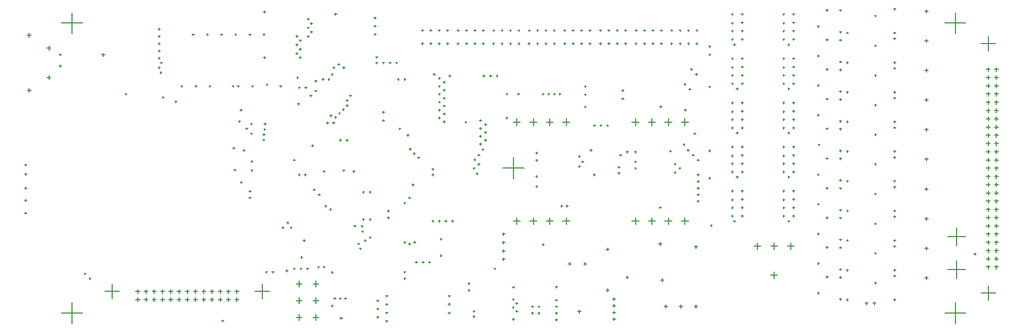
<source format=gbr>
%TF.GenerationSoftware,Altium Limited,Altium Designer,22.4.2 (48)*%
G04 Layer_Color=128*
%FSLAX45Y45*%
%MOMM*%
%TF.SameCoordinates,3A7B4B19-9BDF-4AC5-8A71-DEF6C9DA19E2*%
%TF.FilePolarity,Positive*%
%TF.FileFunction,Drillmap*%
%TF.Part,Single*%
G01*
G75*
%TA.AperFunction,NonConductor*%
%ADD132C,0.12700*%
D132*
X5269999Y1630000D02*
X5329998D01*
X5299999Y1600000D02*
Y1660000D01*
X5020002Y1630000D02*
X5080002D01*
X5050002Y1600000D02*
Y1660000D01*
X4894998Y1630000D02*
X4954998D01*
X4924998Y1600000D02*
Y1660000D01*
X4645001Y1630000D02*
X4705001D01*
X4675001Y1600000D02*
Y1660000D01*
X4520003Y1630000D02*
X4580003D01*
X4550003Y1600000D02*
Y1660000D01*
X4270000Y1630000D02*
X4330000D01*
X4300000Y1600000D02*
Y1660000D01*
X4145002Y1630000D02*
X4205002D01*
X4175002Y1600000D02*
Y1660000D01*
X3895000Y1630000D02*
X3955000D01*
X3925000Y1600000D02*
Y1660000D01*
X3770002Y1630000D02*
X3830001D01*
X3800002Y1600000D02*
Y1660000D01*
X3770001Y1505001D02*
X3830001D01*
X3800001Y1475001D02*
Y1535001D01*
X16085001Y2460000D02*
X16355000D01*
X16220000Y2325000D02*
Y2595000D01*
X16670000Y2250000D02*
X16730000D01*
X16700000Y2220000D02*
Y2280000D01*
X16795000Y2250000D02*
X16855000D01*
X16825000Y2220000D02*
Y2280000D01*
X13400000Y2315000D02*
X13500000D01*
X13450000Y2265000D02*
Y2365000D01*
X9747000Y4199999D02*
X9853000D01*
X9800000Y4146999D02*
Y4252999D01*
X2417500Y5322500D02*
X2482500D01*
X2450000Y5290000D02*
Y5355000D01*
X2120001Y5517501D02*
X2180001D01*
X2150001Y5487501D02*
Y5547501D01*
X2417500Y4877497D02*
X2482500D01*
X2450000Y4844997D02*
Y4909998D01*
X2120001Y4682502D02*
X2180001D01*
X2150001Y4652502D02*
Y4712502D01*
X9747000Y2699999D02*
X9853000D01*
X9800000Y2646999D02*
Y2752999D01*
X6454999Y1744000D02*
X6544999D01*
X6499999Y1699000D02*
Y1789000D01*
X5145000Y1630000D02*
X5205000D01*
X5175000Y1600000D02*
Y1660000D01*
X5145000Y1505001D02*
X5205000D01*
X5175000Y1475001D02*
Y1535001D01*
X4770000Y1630000D02*
X4829999D01*
X4800000Y1600000D02*
Y1660000D01*
X4394999Y1630000D02*
X4454999D01*
X4424999Y1600000D02*
Y1660000D01*
X4394999Y1505001D02*
X4454999D01*
X4424999Y1475001D02*
Y1535001D01*
X4770000Y1505001D02*
X4829999D01*
X4800000Y1475001D02*
Y1535001D01*
X4019999Y1630000D02*
X4079998D01*
X4049999Y1600000D02*
Y1660000D01*
X4019999Y1505001D02*
X4079998D01*
X4049999Y1475001D02*
Y1535001D01*
X10246999Y4199999D02*
X10352999D01*
X10299999Y4146999D02*
Y4252999D01*
X9997002Y4199999D02*
X10103002D01*
X10050002Y4146999D02*
Y4252999D01*
X9496998Y4199999D02*
X9602998D01*
X9549998Y4146999D02*
Y4252999D01*
X11296998Y4200002D02*
X11402998D01*
X11349998Y4147002D02*
Y4253001D01*
X11547000Y4200002D02*
X11653000D01*
X11600000Y4147002D02*
Y4253001D01*
X11797002Y4200002D02*
X11903002D01*
X11850002Y4147002D02*
Y4253001D01*
X12046999Y4200001D02*
X12152999D01*
X12099999Y4147001D02*
Y4253001D01*
X5269998Y1505001D02*
X5329998D01*
X5299998Y1475001D02*
Y1535001D01*
X5020002Y1505001D02*
X5080002D01*
X5050002Y1475001D02*
Y1535001D01*
X4894998Y1505001D02*
X4954998D01*
X4924998Y1475001D02*
Y1535001D01*
X4645001Y1505001D02*
X4705001D01*
X4675001Y1475001D02*
Y1535001D01*
X4520003Y1505001D02*
X4580003D01*
X4550003Y1475001D02*
Y1535001D01*
X4270001Y1505001D02*
X4330000D01*
X4300001Y1475001D02*
Y1535001D01*
X4145002Y1505001D02*
X4205002D01*
X4175002Y1475001D02*
Y1535001D01*
X3895000Y1505001D02*
X3955000D01*
X3925000Y1475001D02*
Y1535001D01*
X5580001Y1630000D02*
X5800001D01*
X5690001Y1519999D02*
Y1740000D01*
X3300000Y1630000D02*
X3520000D01*
X3410000Y1520000D02*
Y1740000D01*
X6200999Y1744000D02*
X6290999D01*
X6245999Y1699000D02*
Y1789000D01*
X6200999Y1490000D02*
X6290999D01*
X6245999Y1445000D02*
Y1535000D01*
X6454999Y1490000D02*
X6544999D01*
X6499999Y1445000D02*
Y1535000D01*
X6200999Y1236000D02*
X6290998D01*
X6245998Y1191000D02*
Y1281000D01*
X6454999Y1236000D02*
X6544999D01*
X6499999Y1191000D02*
Y1281000D01*
X13653999Y2315000D02*
X13753999D01*
X13703999Y2265000D02*
Y2365000D01*
X16085001Y1959996D02*
X16355000D01*
X16220000Y1824996D02*
Y2094996D01*
X16670000Y4875000D02*
X16730000D01*
X16700000Y4845000D02*
Y4905000D01*
X16795000Y4875000D02*
X16855000D01*
X16825000Y4845000D02*
Y4905000D01*
X16670000Y4625000D02*
X16730000D01*
X16700000Y4595000D02*
Y4655000D01*
X16795000Y4625000D02*
X16855000D01*
X16825000Y4595000D02*
Y4655000D01*
X16670000Y4375000D02*
X16730000D01*
X16700000Y4345000D02*
Y4405000D01*
X16795000Y4375000D02*
X16855000D01*
X16825000Y4345000D02*
Y4405000D01*
X16670000Y4125000D02*
X16730000D01*
X16700000Y4095000D02*
Y4155000D01*
X16795000Y4125000D02*
X16855000D01*
X16825000Y4095000D02*
Y4155000D01*
X16670000Y3875000D02*
X16730000D01*
X16700000Y3845000D02*
Y3905000D01*
X16795000Y3875000D02*
X16855000D01*
X16825000Y3845000D02*
Y3905000D01*
X16670000Y3625000D02*
X16730000D01*
X16700000Y3595000D02*
Y3655000D01*
X16795000Y3625000D02*
X16855000D01*
X16825000Y3595000D02*
Y3655000D01*
X16670000Y3375000D02*
X16730000D01*
X16700000Y3345000D02*
Y3405000D01*
X16795000Y3375000D02*
X16855000D01*
X16825000Y3345000D02*
Y3405000D01*
X16670000Y3125000D02*
X16730000D01*
X16700000Y3095000D02*
Y3155000D01*
X16795000Y3125000D02*
X16855000D01*
X16825000Y3095000D02*
Y3155000D01*
X16670000Y2875000D02*
X16730000D01*
X16700000Y2845000D02*
Y2905000D01*
X16795000Y2875000D02*
X16855000D01*
X16825000Y2845000D02*
Y2905000D01*
X16670000Y2625000D02*
X16730000D01*
X16700000Y2595000D02*
Y2655000D01*
X16795000Y2625000D02*
X16855000D01*
X16825000Y2595000D02*
Y2655000D01*
X16670000Y2500000D02*
X16730000D01*
X16700000Y2470000D02*
Y2530000D01*
X16795000Y2375000D02*
X16855000D01*
X16825000Y2345000D02*
Y2405000D01*
X16795000Y2500000D02*
X16855000D01*
X16825000Y2470000D02*
Y2530000D01*
X16670000Y2125000D02*
X16730000D01*
X16700000Y2095000D02*
Y2155000D01*
X16795000Y2125000D02*
X16855000D01*
X16825000Y2095000D02*
Y2155000D01*
X16670000Y2375000D02*
X16730000D01*
X16700000Y2345000D02*
Y2405000D01*
X16670000Y2000000D02*
X16730000D01*
X16700000Y1970000D02*
Y2030000D01*
X16795000Y2000000D02*
X16855000D01*
X16825000Y1970000D02*
Y2030000D01*
X16589999Y1610000D02*
X16810001D01*
X16700000Y1500000D02*
Y1720000D01*
X16589999Y5390000D02*
X16810001D01*
X16700000Y5280000D02*
Y5500000D01*
X16795000Y2750000D02*
X16855000D01*
X16825000Y2720000D02*
Y2780000D01*
X16795000Y3000000D02*
X16855000D01*
X16825000Y2970000D02*
Y3030000D01*
X16795000Y3250000D02*
X16855000D01*
X16825000Y3220000D02*
Y3280000D01*
X16795000Y3500000D02*
X16855000D01*
X16825000Y3470000D02*
Y3530000D01*
X16795000Y3750000D02*
X16855000D01*
X16825000Y3720000D02*
Y3780000D01*
X16795000Y4000000D02*
X16855000D01*
X16825000Y3970000D02*
Y4030000D01*
X16795000Y4250000D02*
X16855000D01*
X16825000Y4220000D02*
Y4280000D01*
X16795000Y4500000D02*
X16855000D01*
X16825000Y4470000D02*
Y4530000D01*
X16795000Y4750000D02*
X16855000D01*
X16825000Y4720000D02*
Y4780000D01*
X16795000Y5000000D02*
X16855000D01*
X16825000Y4970000D02*
Y5030000D01*
X16670000Y2750000D02*
X16730000D01*
X16700000Y2720000D02*
Y2780000D01*
X16670000Y3000000D02*
X16730000D01*
X16700000Y2970000D02*
Y3030000D01*
X16670000Y3250000D02*
X16730000D01*
X16700000Y3220000D02*
Y3280000D01*
X16670000Y3500000D02*
X16730000D01*
X16700000Y3470000D02*
Y3530000D01*
X16670000Y3750000D02*
X16730000D01*
X16700000Y3720000D02*
Y3780000D01*
X16670000Y4000000D02*
X16730000D01*
X16700000Y3970000D02*
Y4030000D01*
X16670000Y4250000D02*
X16730000D01*
X16700000Y4220000D02*
Y4280000D01*
X16670000Y4500000D02*
X16730000D01*
X16700000Y4470000D02*
Y4530000D01*
X16670000Y4750000D02*
X16730000D01*
X16700000Y4720000D02*
Y4780000D01*
X16670000Y5000000D02*
X16730000D01*
X16700000Y4970000D02*
Y5030000D01*
X13146001Y2315000D02*
X13246001D01*
X13196001Y2265000D02*
Y2365000D01*
X12047002Y2700001D02*
X12153001D01*
X12100001Y2647001D02*
Y2753001D01*
X11797000Y2700001D02*
X11902999D01*
X11849999Y2647002D02*
Y2753001D01*
X11546997Y2700001D02*
X11652997D01*
X11599997Y2647002D02*
Y2753001D01*
X11297001Y2700001D02*
X11403000D01*
X11350000Y2647002D02*
Y2753001D01*
X9496998Y2699999D02*
X9602998D01*
X9549998Y2646999D02*
Y2752999D01*
X9997002Y2699999D02*
X10103002D01*
X10050002Y2646999D02*
Y2752999D01*
X10246999Y2699999D02*
X10352999D01*
X10299999Y2646999D02*
Y2752999D01*
X5395000Y3770000D02*
X5425000D01*
X5410000Y3755000D02*
Y3785000D01*
X5515000Y3605000D02*
X5545000D01*
X5530000Y3590000D02*
Y3620000D01*
X5515000Y3470000D02*
X5545000D01*
X5530000Y3455000D02*
Y3485000D01*
X6200000Y5502501D02*
X6230000D01*
X6215000Y5487501D02*
Y5517501D01*
X6485000Y4825000D02*
X6515000D01*
X6500000Y4810000D02*
Y4840000D01*
X6210000Y4875000D02*
X6240000D01*
X6225000Y4860000D02*
Y4890000D01*
X6685000Y4850000D02*
X6715000D01*
X6700000Y4835000D02*
Y4865000D01*
X6310000Y2400000D02*
X6340000D01*
X6325000Y2385000D02*
Y2415000D01*
X5350000Y4385000D02*
X5380000D01*
X5365000Y4370000D02*
Y4400000D01*
X6715000Y4300000D02*
X6745000D01*
X6730000Y4285000D02*
Y4315000D01*
X5745000Y4770000D02*
X5775000D01*
X5760000Y4755000D02*
Y4785000D01*
X5705000Y5180000D02*
X5735000D01*
X5720000Y5165000D02*
Y5195000D01*
X5705000Y5875000D02*
X5735000D01*
X5720000Y5860000D02*
Y5890000D01*
X5325000Y4210000D02*
X5355000D01*
X5340000Y4195000D02*
Y4225000D01*
X5435000Y4100000D02*
X5465000D01*
X5450000Y4085000D02*
Y4115000D01*
X8435000Y4565000D02*
X8465000D01*
X8450000Y4550000D02*
Y4580000D01*
X6225000Y4475000D02*
X6255000D01*
X6240000Y4460000D02*
Y4490000D01*
X6335000Y4725000D02*
X6365000D01*
X6350000Y4710000D02*
Y4740000D01*
X11865000Y3760000D02*
X11895000D01*
X11880000Y3745000D02*
Y3775000D01*
X11935000Y3565000D02*
X11965000D01*
X11950000Y3550000D02*
Y3580000D01*
X12010000Y3500000D02*
X12040000D01*
X12025000Y3485000D02*
Y3515000D01*
X12070000Y3860000D02*
X12100000D01*
X12085000Y3845000D02*
Y3875000D01*
X12285000Y3100000D02*
X12315000D01*
X12300000Y3085000D02*
Y3115000D01*
X12135000Y3775000D02*
X12165000D01*
X12150000Y3760000D02*
Y3790000D01*
X11145000Y4555000D02*
X11175000D01*
X11160000Y4540000D02*
Y4569999D01*
X11145000Y4679998D02*
X11175000D01*
X11160000Y4664998D02*
Y4694998D01*
X9200000Y1975000D02*
X9230000D01*
X9215000Y1960000D02*
Y1990000D01*
X9485000Y1695000D02*
X9515000D01*
X9500000Y1680000D02*
Y1710000D01*
X6047196Y1944395D02*
X6077196D01*
X6062196Y1929395D02*
Y1959395D01*
X7835000Y1825000D02*
X7865000D01*
X7850000Y1810000D02*
Y1840000D01*
X7835000Y1925000D02*
X7865000D01*
X7850000Y1910000D02*
Y1940000D01*
X7585000Y2850000D02*
X7615000D01*
X7600000Y2835000D02*
Y2865000D01*
X7310000Y2450000D02*
X7340000D01*
X7325000Y2435000D02*
Y2465000D01*
X7235000Y2400000D02*
X7265000D01*
X7250000Y2385000D02*
Y2415000D01*
X7195000Y2540000D02*
X7225000D01*
X7210000Y2525000D02*
Y2555000D01*
X6735000Y1920000D02*
X6765000D01*
X6750000Y1905000D02*
Y1935000D01*
X7585000Y2750000D02*
X7615000D01*
X7600000Y2735000D02*
Y2765000D01*
X7080000Y2625000D02*
X7110000D01*
X7095000Y2610000D02*
Y2640000D01*
X6960000Y3925000D02*
X6990000D01*
X6975000Y3910000D02*
Y3940000D01*
X6860000Y3925294D02*
X6890000D01*
X6875000Y3910294D02*
Y3940294D01*
X6410000Y4600000D02*
X6440000D01*
X6425000Y4585000D02*
Y4615000D01*
X6485000Y4675000D02*
X6515000D01*
X6500000Y4660000D02*
Y4690000D01*
X5700000Y4010000D02*
X5730000D01*
X5715000Y3995000D02*
Y4025000D01*
Y4170000D02*
X5745000D01*
X5730000Y4155000D02*
Y4185000D01*
X5710000Y4090000D02*
X5740000D01*
X5725000Y4075000D02*
Y4105000D01*
X5485000Y3150000D02*
X5515000D01*
X5500000Y3135000D02*
Y3165000D01*
X6535000Y3100000D02*
X6565000D01*
X6550000Y3085000D02*
Y3115000D01*
X6460000Y3175000D02*
X6490000D01*
X6475000Y3160000D02*
Y3190000D01*
X7960000Y3250000D02*
X7990000D01*
X7975000Y3235000D02*
Y3265000D01*
X6325000Y3400000D02*
X6355000D01*
X6340000Y3385000D02*
Y3415000D01*
X6110000Y2600000D02*
X6140000D01*
X6125000Y2585000D02*
Y2615000D01*
X7185000Y2620000D02*
X7215000D01*
X7200000Y2605000D02*
Y2635000D01*
X5485000Y3050000D02*
X5515000D01*
X5500000Y3035000D02*
Y3065000D01*
X5240000Y3805000D02*
X5270000D01*
X5255000Y3790000D02*
Y3820000D01*
X6270000Y2150000D02*
X6300000D01*
X6285000Y2135000D02*
Y2165000D01*
X6060000Y2675000D02*
X6090000D01*
X6075000Y2660000D02*
Y2690000D01*
X6960000Y4530000D02*
X6990000D01*
X6975000Y4515000D02*
Y4545000D01*
X7010000Y4600000D02*
X7040000D01*
X7025000Y4585000D02*
Y4615000D01*
X6435000Y3840000D02*
X6465000D01*
X6450000Y3825000D02*
Y3855000D01*
X6905000Y4390000D02*
X6935000D01*
X6920000Y4375000D02*
Y4405000D01*
X6845000Y4335000D02*
X6875000D01*
X6860000Y4320000D02*
Y4350000D01*
X6960000Y4450000D02*
X6990000D01*
X6975000Y4435000D02*
Y4465000D01*
X6785000Y4275000D02*
X6815000D01*
X6800000Y4260000D02*
Y4290000D01*
X5070000Y1185503D02*
X5100000D01*
X5085000Y1170503D02*
Y1200503D01*
X15739999Y5884994D02*
X15789999D01*
X15764999Y5859994D02*
Y5909994D01*
X15739999Y4984994D02*
X15789999D01*
X15764999Y4959994D02*
Y5009994D01*
X15739999Y5434994D02*
X15789999D01*
X15764999Y5409994D02*
Y5459994D01*
X15739999Y4534994D02*
X15789999D01*
X15764999Y4509995D02*
Y4559994D01*
X15739999Y4084995D02*
X15789999D01*
X15764999Y4059995D02*
Y4109995D01*
X15739999Y3634995D02*
X15789999D01*
X15764999Y3609995D02*
Y3659995D01*
X13585001Y5454500D02*
X13614999D01*
X13600000Y5439500D02*
Y5469500D01*
X12805000Y5454500D02*
X12835001D01*
X12820001Y5439500D02*
Y5469500D01*
X11184999Y5390000D02*
X11214999D01*
X11199999Y5375000D02*
Y5405000D01*
X12264999Y5390000D02*
X12294999D01*
X12279999Y5375000D02*
Y5405000D01*
X11724999Y5390000D02*
X11754999D01*
X11739999Y5375000D02*
Y5405000D01*
X13585001Y4784500D02*
X13614999D01*
X13600000Y4769500D02*
Y4799500D01*
X13585001Y4114501D02*
X13614999D01*
X13600000Y4099501D02*
Y4129501D01*
X12805000Y4784500D02*
X12835001D01*
X12820001Y4769500D02*
Y4799500D01*
X12805000Y4114501D02*
X12835001D01*
X12820001Y4099501D02*
Y4129501D01*
X15739999Y3184995D02*
X15789999D01*
X15764999Y3159995D02*
Y3209995D01*
X15739999Y2734995D02*
X15789999D01*
X15764999Y2709995D02*
Y2759995D01*
X15739999Y2284995D02*
X15789999D01*
X15764999Y2259995D02*
Y2309995D01*
X15739999Y1834995D02*
X15789999D01*
X15764999Y1809995D02*
Y1859995D01*
X13585001Y3444501D02*
X13614999D01*
X13600000Y3429501D02*
Y3459501D01*
X12805000Y3444501D02*
X12835001D01*
X12820001Y3429501D02*
Y3459501D01*
X13585001Y2774501D02*
X13614999D01*
X13600000Y2759501D02*
Y2789501D01*
X12805000Y2774501D02*
X12835001D01*
X12820001Y2759501D02*
Y2789501D01*
X11085000Y3515000D02*
X11115000D01*
X11100000Y3500000D02*
Y3530000D01*
X13400000Y1880000D02*
X13500000D01*
X13450000Y1830000D02*
Y1930000D01*
X12015000Y1400000D02*
X12065000D01*
X12040000Y1375000D02*
Y1425000D01*
X11205000Y1845000D02*
X11245000D01*
X11225000Y1825000D02*
Y1865000D01*
X11730000Y1800000D02*
X11780000D01*
X11755000Y1775000D02*
Y1825000D01*
X10644999Y5390000D02*
X10674999D01*
X10659999Y5375000D02*
Y5405000D01*
X10104999Y5390000D02*
X10134999D01*
X10119999Y5375000D02*
Y5405000D01*
X9564999Y5390000D02*
X9594999D01*
X9579999Y5375000D02*
Y5405000D01*
X10572500Y4617500D02*
X10602500D01*
X10587500Y4602500D02*
Y4632500D01*
X9024999Y5390000D02*
X9054999D01*
X9039999Y5375000D02*
Y5405000D01*
X8484999Y5390000D02*
X8514999D01*
X8499999Y5375000D02*
Y5405000D01*
X9035000Y4900000D02*
X9065000D01*
X9050000Y4885000D02*
Y4915000D01*
X9835000Y3730002D02*
X9865000D01*
X9850000Y3715002D02*
Y3745002D01*
X10485000Y3530002D02*
X10515000D01*
X10500000Y3515002D02*
Y3545002D01*
X7510000Y4350000D02*
X7540000D01*
X7525000Y4335000D02*
Y4365000D01*
X6665000Y4190000D02*
X6695000D01*
X6680000Y4175000D02*
Y4205000D01*
X7760000Y4100000D02*
X7790000D01*
X7775000Y4085000D02*
Y4115000D01*
X6370000Y5632501D02*
X6400000D01*
X6385000Y5617501D02*
Y5647501D01*
X4141716Y5100000D02*
X4171716D01*
X4156716Y5085000D02*
Y5115000D01*
X3605000Y4625000D02*
X3635000D01*
X3620000Y4610000D02*
Y4640000D01*
X5260000Y3475000D02*
X5290000D01*
X5275000Y3460000D02*
Y3490000D01*
X4364998Y4510000D02*
X4394998D01*
X4379998Y4495000D02*
Y4525000D01*
X2085000Y3550000D02*
X2115000D01*
X2100000Y3535000D02*
Y3565000D01*
X9835000Y3225000D02*
X9865000D01*
X9850000Y3210000D02*
Y3240000D01*
X8260000Y3400000D02*
X8290000D01*
X8275000Y3385000D02*
Y3415000D01*
X7835000Y2975000D02*
X7865000D01*
X7850000Y2960000D02*
Y2990000D01*
X8385000Y2175000D02*
X8415000D01*
X8400000Y2160000D02*
Y2190000D01*
X10135000Y1700000D02*
X10165000D01*
X10150000Y1685000D02*
Y1715000D01*
X10135000Y1500000D02*
X10165000D01*
X10150000Y1485000D02*
Y1515000D01*
X9870000Y1300000D02*
X9900000D01*
X9885000Y1285000D02*
Y1315000D01*
X9870000Y1400000D02*
X9900000D01*
X9885000Y1385000D02*
Y1415000D01*
X9770000Y1400000D02*
X9800000D01*
X9785000Y1385000D02*
Y1415000D01*
X9770000Y1300000D02*
X9800000D01*
X9785000Y1285000D02*
Y1315000D01*
X7560000Y1433500D02*
X7590000D01*
X7575000Y1418500D02*
Y1448500D01*
X6710000Y2875000D02*
X6740000D01*
X6725000Y2860000D02*
Y2890000D01*
X7160000Y2280000D02*
X7190000D01*
X7175000Y2265000D02*
Y2295000D01*
X2085000Y2819998D02*
X2115000D01*
X2100000Y2804998D02*
Y2834998D01*
X5835000Y1925000D02*
X5865000D01*
X5850000Y1910000D02*
Y1940000D01*
X2985000Y1900000D02*
X3015000D01*
X3000000Y1885000D02*
Y1915000D01*
X8760000Y4200000D02*
X8790000D01*
X8775000Y4185000D02*
Y4215000D01*
X8520000Y4900000D02*
X8550000D01*
X8535000Y4885000D02*
Y4915000D01*
X7835000Y2375000D02*
X7865000D01*
X7850000Y2360000D02*
Y2390000D01*
X7910000Y2350000D02*
X7940000D01*
X7925000Y2335000D02*
Y2365000D01*
X7985000Y2375000D02*
X8015000D01*
X8000000Y2360000D02*
Y2390000D01*
X6735000Y1410000D02*
X6765000D01*
X6750000Y1395000D02*
Y1425000D01*
X11710000Y2905000D02*
X11740000D01*
X11725000Y2890000D02*
Y2920000D01*
X6780000Y5840000D02*
X6820000D01*
X6800000Y5820000D02*
Y5860000D01*
X6935000Y1525000D02*
X6965000D01*
X6950000Y1510000D02*
Y1540000D01*
X6865000Y1225000D02*
X6905000D01*
X6885000Y1205000D02*
Y1245000D01*
X7425000Y1490000D02*
X7455000D01*
X7440000Y1475000D02*
Y1505000D01*
X7425000Y1240000D02*
X7455000D01*
X7440000Y1225000D02*
Y1255000D01*
X7425000Y1365000D02*
X7455000D01*
X7440000Y1350000D02*
Y1380000D01*
X6855000Y1525000D02*
X6885000D01*
X6870000Y1510000D02*
Y1540000D01*
X6775000Y1525000D02*
X6805000D01*
X6790000Y1510000D02*
Y1540000D01*
X10475000Y1325000D02*
X10525000D01*
X10500000Y1300000D02*
Y1350000D01*
X10900000Y1650000D02*
X10950000D01*
X10925000Y1625000D02*
Y1675000D01*
X11005000Y1210000D02*
X11045000D01*
X11025000Y1190000D02*
Y1230000D01*
X11005000Y1310000D02*
X11045000D01*
X11025000Y1290000D02*
Y1330000D01*
X11005000Y1415000D02*
X11045000D01*
X11025000Y1395000D02*
Y1435000D01*
X11005000Y1515000D02*
X11045000D01*
X11025000Y1495000D02*
Y1535000D01*
X6755000Y4190000D02*
X6785000D01*
X6770000Y4175000D02*
Y4205000D01*
X4450000Y4745000D02*
X4480000D01*
X4465000Y4730000D02*
Y4760000D01*
X4110000Y5025000D02*
X4140000D01*
X4125000Y5010000D02*
Y5040000D01*
X4135000Y4951252D02*
X4165000D01*
X4150000Y4936252D02*
Y4966252D01*
X4110000Y5281249D02*
X4140000D01*
X4125000Y5266249D02*
Y5296249D01*
X4110000Y5171252D02*
X4140000D01*
X4125000Y5156252D02*
Y5186252D01*
X4110000Y5391251D02*
X4140000D01*
X4125000Y5376251D02*
Y5406251D01*
X4110000Y5501248D02*
X4140000D01*
X4125000Y5486248D02*
Y5516248D01*
X4110000Y5611251D02*
X4140000D01*
X4125000Y5596251D02*
Y5626251D01*
X7210000Y3140000D02*
X7240000D01*
X7225000Y3125000D02*
Y3155000D01*
X7310000Y3140000D02*
X7340000D01*
X7325000Y3125000D02*
Y3155000D01*
X6249930Y5307423D02*
X6279930D01*
X6264930Y5292423D02*
Y5322423D01*
X6250000Y5437500D02*
X6280000D01*
X6265000Y5422500D02*
Y5452500D01*
X6370000Y5502501D02*
X6400000D01*
X6385000Y5487501D02*
Y5517501D01*
X6200000Y5372500D02*
X6230000D01*
X6215000Y5357500D02*
Y5387500D01*
X8260000Y3485000D02*
X8290000D01*
X8275000Y3470000D02*
Y3500000D01*
X6610000Y3450000D02*
X6640000D01*
X6625000Y3435000D02*
Y3465000D01*
X6160000Y3625000D02*
X6190000D01*
X6175000Y3610000D02*
Y3640000D01*
X6910000Y3465000D02*
X6940000D01*
X6925000Y3450000D02*
Y3480000D01*
X7060000Y3450000D02*
X7090000D01*
X7075000Y3435000D02*
Y3465000D01*
X7135000Y2355000D02*
X7165000D01*
X7150000Y2340000D02*
Y2370000D01*
X6235000Y3400000D02*
X6265000D01*
X6250000Y3385000D02*
Y3415000D01*
X7510000Y4225000D02*
X7540000D01*
X7525000Y4210000D02*
Y4240000D01*
X7885000Y4000000D02*
X7915000D01*
X7900000Y3985000D02*
Y4015000D01*
X6635000Y2925000D02*
X6665000D01*
X6650000Y2910000D02*
Y2940000D01*
X9935000Y2345000D02*
X9965000D01*
X9950000Y2330000D02*
Y2360000D01*
X5355000Y3285000D02*
X5385000D01*
X5370000Y3270000D02*
Y3300000D01*
X8560000Y2700000D02*
X8590000D01*
X8575000Y2685000D02*
Y2715000D01*
X10215000Y2925000D02*
X10245000D01*
X10230000Y2910000D02*
Y2940000D01*
X10295000Y2925000D02*
X10325000D01*
X10310000Y2910000D02*
Y2940000D01*
X7710000Y5100000D02*
X7740000D01*
X7725000Y5085000D02*
Y5115000D01*
X7610000Y5100000D02*
X7640000D01*
X7625000Y5085000D02*
Y5115000D01*
X7510000Y5100000D02*
X7540000D01*
X7525000Y5085000D02*
Y5115000D01*
X7410000Y5100000D02*
X7440000D01*
X7425000Y5085000D02*
Y5115000D01*
X7410000Y5185000D02*
X7440000D01*
X7425000Y5170000D02*
Y5200000D01*
X7310000Y2725000D02*
X7340000D01*
X7325000Y2710000D02*
Y2740000D01*
X7210000Y2725000D02*
X7240000D01*
X7225000Y2710000D02*
Y2740000D01*
X9385000Y4265000D02*
X9415000D01*
X9400000Y4250000D02*
Y4280000D01*
X8435000Y4205000D02*
X8465000D01*
X8450000Y4190000D02*
Y4220000D01*
X10020000Y4625000D02*
X10050000D01*
X10035000Y4610000D02*
Y4640000D01*
X7735000Y4850000D02*
X7765000D01*
X7750000Y4835000D02*
Y4865000D01*
X7835000Y4850000D02*
X7865000D01*
X7850000Y4835000D02*
Y4865000D01*
X10190000Y4625000D02*
X10220000D01*
X10205000Y4610000D02*
Y4640000D01*
X10105000Y4625000D02*
X10135000D01*
X10120000Y4610000D02*
Y4640000D01*
X10572500Y4430001D02*
X10602500D01*
X10587500Y4415001D02*
Y4445001D01*
X11335000Y3750000D02*
X11365000D01*
X11350000Y3735000D02*
Y3765000D01*
X11210000Y3750000D02*
X11240000D01*
X11225000Y3735000D02*
Y3765000D01*
X9935000Y4625000D02*
X9965000D01*
X9950000Y4610000D02*
Y4640000D01*
X10710000Y4150000D02*
X10740000D01*
X10725000Y4135000D02*
Y4165000D01*
X10660000Y3775000D02*
X10690000D01*
X10675000Y3760000D02*
Y3790000D01*
X10535000Y3600000D02*
X10565000D01*
X10550000Y3585000D02*
Y3615000D01*
X10485000Y3679999D02*
X10515000D01*
X10500000Y3665000D02*
Y3694999D01*
X9835000Y3375000D02*
X9865000D01*
X9850000Y3360000D02*
Y3390000D01*
X9835000Y3620000D02*
X9865000D01*
X9850000Y3605000D02*
Y3635000D01*
X10910000Y4150000D02*
X10940000D01*
X10925000Y4135000D02*
Y4165000D01*
X10810000Y4150000D02*
X10840000D01*
X10825000Y4135000D02*
Y4165000D01*
X11110000Y3700000D02*
X11140000D01*
X11125000Y3685000D02*
Y3715000D01*
X11085000Y3425000D02*
X11115000D01*
X11100000Y3410000D02*
Y3440000D01*
X10710000Y3400000D02*
X10740000D01*
X10725000Y3385000D02*
Y3415000D01*
X8010000Y2075000D02*
X8040000D01*
X8025000Y2060000D02*
Y2090000D01*
X8110000Y2075000D02*
X8140000D01*
X8125000Y2060000D02*
Y2090000D01*
X8210000Y2075000D02*
X8240000D01*
X8225000Y2060000D02*
Y2090000D01*
X11720000Y4435000D02*
X11750000D01*
X11735000Y4420000D02*
Y4450000D01*
X10330000Y2050000D02*
X10370000D01*
X10350000Y2030000D02*
Y2070000D01*
X10565002Y2050000D02*
X10605002D01*
X10585002Y2030000D02*
Y2070000D01*
X10905000Y2269999D02*
X10945000D01*
X10925000Y2249999D02*
Y2289999D01*
X11335000Y3600000D02*
X11365000D01*
X11350000Y3585000D02*
Y3615000D01*
X11335000Y3500000D02*
X11365000D01*
X11350000Y3485000D02*
Y3515000D01*
X11935000Y3435000D02*
X11965000D01*
X11950000Y3420000D02*
Y3450000D01*
X8045000Y3660000D02*
X8075000D01*
X8060000Y3645000D02*
Y3675000D01*
X8357998Y5390000D02*
X8387997D01*
X8372997Y5375000D02*
Y5405000D01*
X8230998Y5590000D02*
X8260997D01*
X8245997Y5575000D02*
Y5605000D01*
X8357998Y5590000D02*
X8387997D01*
X8372997Y5575000D02*
Y5605000D01*
X7980000Y3725000D02*
X8010000D01*
X7995000Y3710000D02*
Y3740000D01*
X7915000Y3790000D02*
X7945000D01*
X7930000Y3775000D02*
Y3805000D01*
X8230998Y5390000D02*
X8260997D01*
X8245997Y5375000D02*
Y5405000D01*
X8885000Y1330000D02*
X8915000D01*
X8900000Y1315000D02*
Y1345000D01*
X8885000Y1250000D02*
X8915000D01*
X8900000Y1235000D02*
Y1265000D01*
X8810000Y1750000D02*
X8840000D01*
X8825000Y1735000D02*
Y1765000D01*
X8810000Y1650000D02*
X8840000D01*
X8825000Y1635000D02*
Y1665000D01*
X9480000Y1510000D02*
X9510000D01*
X9495000Y1495000D02*
Y1525000D01*
X8385000Y2425000D02*
X8415000D01*
X8400000Y2410000D02*
Y2440000D01*
X9535000Y1450000D02*
X9565000D01*
X9550000Y1435000D02*
Y1465000D01*
X9480000Y1390000D02*
X9510000D01*
X9495000Y1375000D02*
Y1405000D01*
X9535000Y1330000D02*
X9565000D01*
X9550000Y1315000D02*
Y1345000D01*
X9485000Y1210000D02*
X9515000D01*
X9500000Y1195000D02*
Y1225000D01*
X10135000Y1200000D02*
X10165000D01*
X10150000Y1185000D02*
Y1215000D01*
X10135000Y1300000D02*
X10165000D01*
X10150000Y1285000D02*
Y1315000D01*
X10135000Y1400000D02*
X10165000D01*
X10150000Y1385000D02*
Y1415000D01*
X8510000Y1305000D02*
X8540000D01*
X8525000Y1290000D02*
Y1320000D01*
X8510000Y1435000D02*
X8540000D01*
X8525000Y1420000D02*
Y1450000D01*
X8510000Y1560500D02*
X8540000D01*
X8525000Y1545500D02*
Y1575500D01*
X7560000Y1306500D02*
X7590000D01*
X7575000Y1291500D02*
Y1321500D01*
X6525000Y2000000D02*
X6555000D01*
X6540000Y1985000D02*
Y2015000D01*
X6360000Y1975000D02*
X6390000D01*
X6375000Y1960000D02*
Y1990000D01*
X7560000Y1179500D02*
X7590000D01*
X7575000Y1164500D02*
Y1194500D01*
X7560000Y1560500D02*
X7590000D01*
X7575000Y1545500D02*
Y1575500D01*
X6610000Y2000000D02*
X6640000D01*
X6625000Y1985000D02*
Y2015000D01*
X9330000Y2120000D02*
X9370000D01*
X9350000Y2100000D02*
Y2140000D01*
X9330000Y2245000D02*
X9370000D01*
X9350000Y2225000D02*
Y2265000D01*
X9330000Y2375000D02*
X9370000D01*
X9350000Y2355000D02*
Y2395000D01*
X9330000Y2500000D02*
X9370000D01*
X9350000Y2480000D02*
Y2520000D01*
X14955000Y1450000D02*
X14995000D01*
X14975000Y1430000D02*
Y1470000D01*
X14835001Y1450000D02*
X14875000D01*
X14855000Y1430000D02*
Y1470000D01*
X15264999Y1505000D02*
X15295000D01*
X15280000Y1490000D02*
Y1520000D01*
X16480000Y2200000D02*
X16520000D01*
X16500000Y2180000D02*
Y2220000D01*
X12485000Y2630000D02*
X12515000D01*
X12500000Y2615000D02*
Y2645000D01*
X8460000Y2700000D02*
X8490000D01*
X8475000Y2685000D02*
Y2715000D01*
X12285000Y3400000D02*
X12315000D01*
X12300000Y3385000D02*
Y3415000D01*
X8360000Y2700000D02*
X8390000D01*
X8375000Y2685000D02*
Y2715000D01*
X8260000Y2700000D02*
X8290000D01*
X8275000Y2685000D02*
Y2715000D01*
X7910000Y3050000D02*
X7940000D01*
X7925000Y3035000D02*
Y3065000D01*
X12285000Y3000000D02*
X12315000D01*
X12300000Y2985000D02*
Y3015000D01*
X12285000Y3200000D02*
X12315000D01*
X12300000Y3185000D02*
Y3215000D01*
X12285000Y3300000D02*
X12315000D01*
X12300000Y3285000D02*
Y3315000D01*
X12285000Y3625000D02*
X12315000D01*
X12300000Y3610000D02*
Y3640000D01*
X12460000Y3765000D02*
X12490000D01*
X12475000Y3750000D02*
Y3780000D01*
X12210000Y3700000D02*
X12240000D01*
X12225000Y3685000D02*
Y3715000D01*
X8930000Y3420000D02*
X8960000D01*
X8945000Y3405000D02*
Y3435000D01*
X8885000Y3500000D02*
X8915000D01*
X8900000Y3485000D02*
Y3515000D01*
X8960000Y3560000D02*
X8990000D01*
X8975000Y3545000D02*
Y3575000D01*
X8895000Y3630000D02*
X8925000D01*
X8910000Y3615000D02*
Y3645000D01*
X8960000Y3700000D02*
X8990000D01*
X8975000Y3685000D02*
Y3715000D01*
X12235000Y4025000D02*
X12265000D01*
X12250000Y4010000D02*
Y4040000D01*
X12260000Y4925000D02*
X12290000D01*
X12275000Y4910000D02*
Y4940000D01*
X12160000Y4700000D02*
X12190000D01*
X12175000Y4685000D02*
Y4715000D01*
X12185000Y5000000D02*
X12215000D01*
X12200000Y4985000D02*
Y5015000D01*
X12085000Y4775000D02*
X12115000D01*
X12100000Y4760000D02*
Y4790000D01*
X8985000Y4225000D02*
X9015000D01*
X9000000Y4210000D02*
Y4240000D01*
X9560000Y4625000D02*
X9590000D01*
X9575000Y4610000D02*
Y4640000D01*
X12460000Y4735000D02*
X12490000D01*
X12475000Y4720000D02*
Y4750000D01*
X13585001Y4360000D02*
X13614999D01*
X13600000Y4345000D02*
Y4375000D01*
X13585001Y4495501D02*
X13614999D01*
X13600000Y4480501D02*
Y4510501D01*
X9385000Y4625000D02*
X9415000D01*
X9400000Y4610000D02*
Y4640000D01*
X9235000Y4900000D02*
X9265000D01*
X9250000Y4885000D02*
Y4915000D01*
X12805000Y5165500D02*
X12835001D01*
X12820001Y5150500D02*
Y5180500D01*
X12955000Y5165500D02*
X12985001D01*
X12970001Y5150500D02*
Y5180500D01*
X13660001Y5375000D02*
X13689999D01*
X13675000Y5360000D02*
Y5390000D01*
X8360000Y4865000D02*
X8390000D01*
X8375000Y4850000D02*
Y4880000D01*
X8280000Y4925000D02*
X8310000D01*
X8295000Y4910000D02*
Y4940000D01*
X12805000Y5835500D02*
X12835001D01*
X12820001Y5820500D02*
Y5850500D01*
X12010997Y5390000D02*
X12040997D01*
X12025997Y5375000D02*
Y5405000D01*
X12090000Y4385000D02*
X12120000D01*
X12105000Y4370000D02*
Y4400000D01*
X12137997Y5390000D02*
X12167997D01*
X12152997Y5375000D02*
Y5405000D01*
X9722499Y5390000D02*
X9752499D01*
X9737499Y5375000D02*
Y5405000D01*
X11057997Y5590000D02*
X11087997D01*
X11072997Y5575000D02*
Y5605000D01*
X11342499Y5390000D02*
X11372499D01*
X11357499Y5375000D02*
Y5405000D01*
X11057997Y5390000D02*
X11087997D01*
X11072997Y5375000D02*
Y5405000D01*
X12137997Y5590000D02*
X12167997D01*
X12152997Y5575000D02*
Y5605000D01*
X9135000Y4900000D02*
X9165000D01*
X9150000Y4885000D02*
Y4915000D01*
X14120000Y3855001D02*
X14150000D01*
X14135001Y3840001D02*
Y3870001D01*
X14445000Y3765000D02*
X14475000D01*
X14460001Y3750000D02*
Y3780000D01*
X14445000Y3644995D02*
X14475000D01*
X14460001Y3629995D02*
Y3659995D01*
X14445000Y1844995D02*
X14475000D01*
X14460001Y1829995D02*
Y1859995D01*
X14445000Y1965000D02*
X14475000D01*
X14460001Y1950000D02*
Y1980000D01*
X12460000Y3350000D02*
X12490000D01*
X12475000Y3335000D02*
Y3365000D01*
X14239999Y2300001D02*
X14270000D01*
X14255000Y2285001D02*
Y2315001D01*
X14445000Y2294995D02*
X14475000D01*
X14460001Y2279995D02*
Y2309995D01*
X14445000Y2415000D02*
X14475000D01*
X14460001Y2400000D02*
Y2430000D01*
X14445000Y2865000D02*
X14475000D01*
X14460001Y2850000D02*
Y2880000D01*
X14445000Y2744995D02*
X14475000D01*
X14460001Y2729995D02*
Y2759995D01*
X14110001Y3405001D02*
X14139999D01*
X14125000Y3390001D02*
Y3420001D01*
X13660001Y4705000D02*
X13689999D01*
X13675000Y4690000D02*
Y4720000D01*
X12880000Y4705000D02*
X12910001D01*
X12895001Y4690000D02*
Y4720000D01*
X12805000Y4495501D02*
X12835001D01*
X12820001Y4480501D02*
Y4510501D01*
X14445000Y4665000D02*
X14475000D01*
X14460001Y4650000D02*
Y4680000D01*
X14445000Y4544994D02*
X14475000D01*
X14460001Y4529994D02*
Y4559994D01*
X14110001Y2055001D02*
X14139999D01*
X14125000Y2040001D02*
Y2070001D01*
X12460000Y5225000D02*
X12490000D01*
X12475000Y5210000D02*
Y5240000D01*
X12460000Y5350000D02*
X12490000D01*
X12475000Y5335000D02*
Y5365000D01*
X14239999Y5000000D02*
X14270000D01*
X14255000Y4985000D02*
Y5015000D01*
X14239999Y5450000D02*
X14270000D01*
X14255000Y5435000D02*
Y5465000D01*
X14445000Y5565000D02*
X14475000D01*
X14460001Y5550000D02*
Y5580000D01*
X14445000Y5444994D02*
X14475000D01*
X14460001Y5429994D02*
Y5459994D01*
X3250000Y5225000D02*
X3300000D01*
X3275000Y5200000D02*
Y5250000D01*
X14550000Y5105000D02*
X14580000D01*
X14564999Y5090000D02*
Y5120000D01*
X14550000Y4655000D02*
X14580000D01*
X14564999Y4640000D02*
Y4670000D01*
X14550000Y4205000D02*
X14580000D01*
X14564999Y4190000D02*
Y4220000D01*
X14550000Y3755000D02*
X14580000D01*
X14564999Y3740000D02*
Y3770000D01*
X14550000Y3305000D02*
X14580000D01*
X14564999Y3290000D02*
Y3320000D01*
X14550000Y2855000D02*
X14580000D01*
X14564999Y2840000D02*
Y2870000D01*
X14550000Y2405000D02*
X14580000D01*
X14564999Y2390000D02*
Y2420000D01*
X14550000Y1955000D02*
X14580000D01*
X14564999Y1940000D02*
Y1970000D01*
X14550000Y1505000D02*
X14580000D01*
X14564999Y1490000D02*
Y1520000D01*
X14550000Y5555000D02*
X14580000D01*
X14564999Y5540000D02*
Y5570000D01*
X9020000Y3785000D02*
X9050000D01*
X9035000Y3770000D02*
Y3800000D01*
X8985000Y3865000D02*
X9015000D01*
X9000000Y3850000D02*
Y3880000D01*
X9060000Y3925000D02*
X9090000D01*
X9075000Y3910000D02*
Y3940000D01*
X8985000Y3985000D02*
X9015000D01*
X9000000Y3970000D02*
Y4000000D01*
X9060000Y4045000D02*
X9090000D01*
X9075000Y4030000D02*
Y4060000D01*
X8985000Y4105000D02*
X9015000D01*
X9000000Y4090000D02*
Y4120000D01*
X9060000Y4165000D02*
X9090000D01*
X9075000Y4150000D02*
Y4180000D01*
X8360000Y4265000D02*
X8390000D01*
X8375000Y4250000D02*
Y4280000D01*
X8360000Y4385000D02*
X8390000D01*
X8375000Y4370000D02*
Y4400000D01*
X8360000Y4505000D02*
X8390000D01*
X8375000Y4490000D02*
Y4520000D01*
X8435000Y4685000D02*
X8465000D01*
X8450000Y4670000D02*
Y4700000D01*
X8360000Y4745000D02*
X8390000D01*
X8375000Y4730000D02*
Y4760000D01*
X8435000Y4325000D02*
X8465000D01*
X8450000Y4310000D02*
Y4340000D01*
X8435000Y4445000D02*
X8465000D01*
X8450000Y4430000D02*
Y4460000D01*
X8360000Y4625000D02*
X8390000D01*
X8375000Y4610000D02*
Y4640000D01*
X8435000Y4805000D02*
X8465000D01*
X8450000Y4790000D02*
Y4820000D01*
X12245000Y2310000D02*
X12295000D01*
X12270000Y2285000D02*
Y2335000D01*
X11700000Y2350000D02*
X11750000D01*
X11725000Y2325000D02*
Y2375000D01*
X12245000Y1400000D02*
X12295000D01*
X12270000Y1375000D02*
Y1425000D01*
X11785000Y1400000D02*
X11835000D01*
X11810000Y1375000D02*
Y1425000D01*
X14239999Y1850001D02*
X14270000D01*
X14255000Y1835001D02*
Y1865001D01*
X13735001Y3155501D02*
X13764999D01*
X13750000Y3140501D02*
Y3170501D01*
X14110001Y2505001D02*
X14139999D01*
X14125000Y2490001D02*
Y2520001D01*
X14110001Y2955001D02*
X14139999D01*
X14125000Y2940001D02*
Y2970001D01*
X13735001Y5454500D02*
X13764999D01*
X13750000Y5439500D02*
Y5469500D01*
X12955000Y2774501D02*
X12985001D01*
X12970001Y2759501D02*
Y2789501D01*
X12955000Y2901501D02*
X12985001D01*
X12970001Y2886501D02*
Y2916501D01*
X12955000Y3028501D02*
X12985001D01*
X12970001Y3013501D02*
Y3043501D01*
X12955000Y3155501D02*
X12985001D01*
X12970001Y3140501D02*
Y3170501D01*
X12835001Y2695000D02*
X12864999D01*
X12850000Y2680000D02*
Y2710000D01*
X12805000Y2901501D02*
X12835001D01*
X12820001Y2886501D02*
Y2916501D01*
X12805000Y3020000D02*
X12835001D01*
X12820001Y3005000D02*
Y3035000D01*
X12805000Y3155501D02*
X12835001D01*
X12820001Y3140501D02*
Y3170501D01*
X13735001Y2774501D02*
X13764999D01*
X13750000Y2759501D02*
Y2789501D01*
X13735001Y2901501D02*
X13764999D01*
X13750000Y2886501D02*
Y2916501D01*
X13735001Y3028501D02*
X13764999D01*
X13750000Y3013501D02*
Y3043501D01*
X13660001Y2695000D02*
X13689999D01*
X13675000Y2680000D02*
Y2710000D01*
X13585001Y2901501D02*
X13614999D01*
X13600000Y2886501D02*
Y2916501D01*
X13585001Y3020000D02*
X13614999D01*
X13600000Y3005000D02*
Y3035000D01*
X13585001Y3155501D02*
X13614999D01*
X13600000Y3140501D02*
Y3170501D01*
X12955000Y3444501D02*
X12985001D01*
X12970001Y3429501D02*
Y3459501D01*
X12955000Y3571501D02*
X12985001D01*
X12970001Y3556501D02*
Y3586501D01*
X12955000Y3698501D02*
X12985001D01*
X12970001Y3683501D02*
Y3713501D01*
X12955000Y3825501D02*
X12985001D01*
X12970001Y3810501D02*
Y3840501D01*
X12880000Y3365000D02*
X12910001D01*
X12895001Y3350000D02*
Y3380000D01*
X12805000Y3571501D02*
X12835001D01*
X12820001Y3556501D02*
Y3586501D01*
X12805000Y3690000D02*
X12835001D01*
X12820001Y3675000D02*
Y3705000D01*
X12805000Y3825501D02*
X12835001D01*
X12820001Y3810501D02*
Y3840501D01*
X13735001Y3444501D02*
X13764999D01*
X13750000Y3429501D02*
Y3459501D01*
X13735001Y3571501D02*
X13764999D01*
X13750000Y3556501D02*
Y3586501D01*
X13735001Y3698501D02*
X13764999D01*
X13750000Y3683501D02*
Y3713501D01*
X13735001Y3825501D02*
X13764999D01*
X13750000Y3810501D02*
Y3840501D01*
X13660001Y3365000D02*
X13689999D01*
X13675000Y3350000D02*
Y3380000D01*
X13585001Y3571501D02*
X13614999D01*
X13600000Y3556501D02*
Y3586501D01*
X13585001Y3690000D02*
X13614999D01*
X13600000Y3675000D02*
Y3705000D01*
X13585001Y3825501D02*
X13614999D01*
X13600000Y3810501D02*
Y3840501D01*
X12955000Y4114501D02*
X12985001D01*
X12970001Y4099501D02*
Y4129501D01*
X12955000Y4241501D02*
X12985001D01*
X12970001Y4226501D02*
Y4256501D01*
X12955000Y4368501D02*
X12985001D01*
X12970001Y4353501D02*
Y4383501D01*
X12955000Y4495501D02*
X12985001D01*
X12970001Y4480501D02*
Y4510501D01*
X12880000Y4035000D02*
X12910001D01*
X12895001Y4020000D02*
Y4050000D01*
X12805000Y4241501D02*
X12835001D01*
X12820001Y4226501D02*
Y4256501D01*
X12805000Y4360000D02*
X12835001D01*
X12820001Y4345000D02*
Y4375000D01*
X13735001Y4114501D02*
X13764999D01*
X13750000Y4099501D02*
Y4129501D01*
X13735001Y4241501D02*
X13764999D01*
X13750000Y4226501D02*
Y4256501D01*
X13735001Y4368501D02*
X13764999D01*
X13750000Y4353501D02*
Y4383501D01*
X13735001Y4495501D02*
X13764999D01*
X13750000Y4480501D02*
Y4510501D01*
X13660001Y4035000D02*
X13689999D01*
X13675000Y4020000D02*
Y4050000D01*
X13585001Y4241501D02*
X13614999D01*
X13600000Y4226501D02*
Y4256501D01*
X12955000Y4784500D02*
X12985001D01*
X12970001Y4769500D02*
Y4799500D01*
X12955000Y4911500D02*
X12985001D01*
X12970001Y4896500D02*
Y4926500D01*
X12955000Y5038500D02*
X12985001D01*
X12970001Y5023500D02*
Y5053500D01*
X12805000Y4911500D02*
X12835001D01*
X12820001Y4896500D02*
Y4926500D01*
X12805000Y5030000D02*
X12835001D01*
X12820001Y5015000D02*
Y5045000D01*
X13735001Y4784500D02*
X13764999D01*
X13750000Y4769500D02*
Y4799500D01*
X13735001Y4911500D02*
X13764999D01*
X13750000Y4896500D02*
Y4926500D01*
X13735001Y5038500D02*
X13764999D01*
X13750000Y5023500D02*
Y5053500D01*
X13735001Y5165500D02*
X13764999D01*
X13750000Y5150500D02*
Y5180500D01*
X13585001Y4911500D02*
X13614999D01*
X13600000Y4896500D02*
Y4926500D01*
X13585001Y5030000D02*
X13614999D01*
X13600000Y5015000D02*
Y5045000D01*
X13585001Y5165500D02*
X13614999D01*
X13600000Y5150500D02*
Y5180500D01*
X12955000Y5454500D02*
X12985001D01*
X12970001Y5439500D02*
Y5469500D01*
X12955000Y5581500D02*
X12985001D01*
X12970001Y5566500D02*
Y5596500D01*
X12955000Y5708500D02*
X12985001D01*
X12970001Y5693500D02*
Y5723500D01*
X12955000Y5835500D02*
X12985001D01*
X12970001Y5820500D02*
Y5850500D01*
X12835001Y5375000D02*
X12864999D01*
X12850000Y5360000D02*
Y5390000D01*
X12805000Y5581500D02*
X12835001D01*
X12820001Y5566500D02*
Y5596500D01*
X12805000Y5700000D02*
X12835001D01*
X12820001Y5685000D02*
Y5715000D01*
X13585001Y5700000D02*
X13614999D01*
X13600000Y5685000D02*
Y5715000D01*
X14445000Y1515000D02*
X14475000D01*
X14460001Y1500000D02*
Y1530000D01*
X14110001Y1605001D02*
X14139999D01*
X14125000Y1590001D02*
Y1620001D01*
X15264999Y1865000D02*
X15295000D01*
X15280000Y1850000D02*
Y1880000D01*
X14975000Y1759995D02*
X15005000D01*
X14989999Y1744995D02*
Y1774995D01*
X15264999Y1955000D02*
X15295000D01*
X15280000Y1940000D02*
Y1970000D01*
X15264999Y2315000D02*
X15295000D01*
X15280000Y2300000D02*
Y2330000D01*
X14975000Y2209995D02*
X15005000D01*
X14989999Y2194995D02*
Y2224995D01*
X15264999Y2405000D02*
X15295000D01*
X15280000Y2390000D02*
Y2419999D01*
X15264999Y2765000D02*
X15295000D01*
X15280000Y2750000D02*
Y2780000D01*
X14975000Y2659995D02*
X15005000D01*
X14989999Y2644995D02*
Y2674995D01*
X14239999Y2750001D02*
X14270000D01*
X14255000Y2735001D02*
Y2765001D01*
X15264999Y2854999D02*
X15295000D01*
X15280000Y2839999D02*
Y2869999D01*
X15264999Y3214999D02*
X15295000D01*
X15280000Y3199999D02*
Y3229999D01*
X14445000Y3194995D02*
X14475000D01*
X14460001Y3179995D02*
Y3209995D01*
X14975000Y3109995D02*
X15005000D01*
X14989999Y3094995D02*
Y3124995D01*
X14239999Y3200001D02*
X14270000D01*
X14255000Y3185001D02*
Y3215001D01*
X14445000Y3315000D02*
X14475000D01*
X14460001Y3300000D02*
Y3330000D01*
X15264999Y3304999D02*
X15295000D01*
X15280000Y3289999D02*
Y3319999D01*
X15264999Y3664999D02*
X15295000D01*
X15280000Y3649999D02*
Y3679999D01*
X14975000Y3559995D02*
X15005000D01*
X14989999Y3544995D02*
Y3574995D01*
X14239999Y3650001D02*
X14270000D01*
X14255000Y3635001D02*
Y3665001D01*
X15264999Y3754999D02*
X15295000D01*
X15280000Y3739999D02*
Y3769999D01*
X15264999Y4114999D02*
X15295000D01*
X15280000Y4099999D02*
Y4129999D01*
X14445000Y4094995D02*
X14475000D01*
X14460001Y4079995D02*
Y4109995D01*
X14975000Y4009995D02*
X15005000D01*
X14989999Y3994995D02*
Y4024995D01*
X14239999Y4100000D02*
X14270000D01*
X14255000Y4085000D02*
Y4115000D01*
X14445000Y4215000D02*
X14475000D01*
X14460001Y4200000D02*
Y4230000D01*
X14110001Y4305001D02*
X14139999D01*
X14125000Y4290001D02*
Y4320001D01*
X15264999Y4204999D02*
X15295000D01*
X15280000Y4189999D02*
Y4219999D01*
X15264999Y4564999D02*
X15295000D01*
X15280000Y4549999D02*
Y4579999D01*
X14975000Y4459995D02*
X15005000D01*
X14989999Y4444995D02*
Y4474995D01*
X14239999Y4550000D02*
X14270000D01*
X14255000Y4535000D02*
Y4565000D01*
X14110001Y4755000D02*
X14139999D01*
X14125000Y4740000D02*
Y4770000D01*
X15264999Y4654999D02*
X15295000D01*
X15280000Y4639999D02*
Y4669999D01*
X15264999Y5014999D02*
X15295000D01*
X15280000Y4999999D02*
Y5029999D01*
X14445000Y4994994D02*
X14475000D01*
X14460001Y4979994D02*
Y5009994D01*
X14975000Y4909994D02*
X15005000D01*
X14989999Y4894995D02*
Y4924994D01*
X14445000Y5115000D02*
X14475000D01*
X14460001Y5100000D02*
Y5130000D01*
X14110001Y5205000D02*
X14139999D01*
X14125000Y5190000D02*
Y5220000D01*
X15264999Y5104999D02*
X15295000D01*
X15280000Y5089999D02*
Y5119999D01*
X15264999Y5464999D02*
X15295000D01*
X15280000Y5449999D02*
Y5479999D01*
X14975000Y5359994D02*
X15005000D01*
X14989999Y5344994D02*
Y5374994D01*
X14110001Y5655000D02*
X14139999D01*
X14125000Y5640000D02*
Y5670000D01*
X15264999Y5554999D02*
X15295000D01*
X15280000Y5539999D02*
Y5569999D01*
X15264999Y5914999D02*
X15295000D01*
X15280000Y5899999D02*
Y5929999D01*
X14239999Y5900000D02*
X14270000D01*
X14255000Y5885000D02*
Y5915000D01*
X14445000Y5894994D02*
X14475000D01*
X14460001Y5879994D02*
Y5909994D01*
X14975000Y5809994D02*
X15005000D01*
X14989999Y5794994D02*
Y5824994D01*
X13585001Y5581500D02*
X13614999D01*
X13600000Y5566500D02*
Y5596500D01*
X13735001Y5581500D02*
X13764999D01*
X13750000Y5566500D02*
Y5596500D01*
X13735001Y5708500D02*
X13764999D01*
X13750000Y5693500D02*
Y5723500D01*
X13735001Y5835500D02*
X13764999D01*
X13750000Y5820500D02*
Y5850500D01*
X13585001Y5835500D02*
X13614999D01*
X13600000Y5820500D02*
Y5850500D01*
X6235000Y4725000D02*
X6265000D01*
X6250000Y4710000D02*
Y4740000D01*
X6260000Y1975000D02*
X6290000D01*
X6275000Y1960000D02*
Y1990000D01*
X5985000Y2600000D02*
X6015000D01*
X6000000Y2585000D02*
Y2615000D01*
X6160000Y1975000D02*
X6190000D01*
X6175000Y1960000D02*
Y1990000D01*
X5735000Y1925000D02*
X5765000D01*
X5750000Y1910000D02*
Y1940000D01*
X4170000Y4575000D02*
X4200000D01*
X4185000Y4560000D02*
Y4590000D01*
X3060000Y1825000D02*
X3090000D01*
X3075000Y1810000D02*
Y1840000D01*
X2085000Y3010000D02*
X2115000D01*
X2100000Y2995000D02*
Y3025000D01*
X2085000Y3200000D02*
X2115000D01*
X2100000Y3185000D02*
Y3215000D01*
X2085000Y3410000D02*
X2115000D01*
X2100000Y3395000D02*
Y3425000D01*
X5695000Y3930000D02*
X5725000D01*
X5710000Y3915000D02*
Y3945000D01*
X5510000Y4025000D02*
X5540000D01*
X5525000Y4010000D02*
Y4040000D01*
X5510000Y4175000D02*
X5540000D01*
X5525000Y4160000D02*
Y4190000D01*
X5955001Y4745000D02*
X5985001D01*
X5970001Y4730000D02*
Y4760000D01*
X2610000Y5050000D02*
X2640000D01*
X2625000Y5035000D02*
Y5065000D01*
X2610000Y5225000D02*
X2640000D01*
X2625000Y5210000D02*
Y5240000D01*
X5230000Y4745000D02*
X5260000D01*
X5245000Y4730000D02*
Y4760000D01*
X5310001Y4745000D02*
X5340001D01*
X5325001Y4730000D02*
Y4760000D01*
X5700001Y5530000D02*
X5730000D01*
X5715001Y5515000D02*
Y5545000D01*
X5485000Y5530000D02*
X5515000D01*
X5500000Y5515000D02*
Y5545000D01*
X6420000Y5567501D02*
X6450000D01*
X6435000Y5552501D02*
Y5582501D01*
X6420000Y5697501D02*
X6450000D01*
X6435000Y5682501D02*
Y5712501D01*
X6370000Y5762501D02*
X6400000D01*
X6385000Y5747501D02*
Y5777501D01*
X6250000Y5177500D02*
X6280000D01*
X6265000Y5162500D02*
Y5192500D01*
X6200000Y5242500D02*
X6230000D01*
X6215000Y5227500D02*
Y5257500D01*
X7385000Y5531361D02*
X7415000D01*
X7400000Y5516361D02*
Y5546361D01*
X7385000Y5781361D02*
X7415000D01*
X7400000Y5766361D02*
Y5796361D01*
X7385000Y5656361D02*
X7415000D01*
X7400000Y5641361D02*
Y5671361D01*
X5525001Y4745000D02*
X5555001D01*
X5540001Y4730000D02*
Y4760000D01*
X5270000Y5530000D02*
X5300000D01*
X5285000Y5515000D02*
Y5545000D01*
X5055000Y5530000D02*
X5085000D01*
X5070000Y5515000D02*
Y5545000D01*
X4840000Y5530000D02*
X4870000D01*
X4855000Y5515000D02*
Y5545000D01*
X4625000Y5530000D02*
X4655000D01*
X4640000Y5515000D02*
Y5545000D01*
X4665001Y4745000D02*
X4695001D01*
X4680001Y4730000D02*
Y4760000D01*
X4880001Y4745000D02*
X4910001D01*
X4895001Y4730000D02*
Y4760000D01*
X10572500Y4742500D02*
X10602500D01*
X10587500Y4727500D02*
Y4757500D01*
X6595000Y4850000D02*
X6625000D01*
X6610000Y4835000D02*
Y4865000D01*
X6735000Y4925000D02*
X6765000D01*
X6750000Y4910000D02*
Y4940000D01*
X6760000Y5025000D02*
X6790000D01*
X6775000Y5010000D02*
Y5040000D01*
X6835000Y5075000D02*
X6865000D01*
X6850000Y5060000D02*
Y5090000D01*
X6910000Y5025000D02*
X6940000D01*
X6925000Y5010000D02*
Y5040000D01*
X12264997Y5590000D02*
X12294997D01*
X12279997Y5575000D02*
Y5605000D01*
X11882499Y5390000D02*
X11912499D01*
X11897499Y5375000D02*
Y5405000D01*
X12010997Y5590000D02*
X12040997D01*
X12025997Y5575000D02*
Y5605000D01*
X11883997Y5590000D02*
X11913997D01*
X11898997Y5575000D02*
Y5605000D01*
X11724997Y5590000D02*
X11754997D01*
X11739997Y5575000D02*
Y5605000D01*
X11597997Y5590000D02*
X11627997D01*
X11612997Y5575000D02*
Y5605000D01*
X11470997Y5390000D02*
X11500997D01*
X11485997Y5375000D02*
Y5405000D01*
X11597997Y5390000D02*
X11627997D01*
X11612997Y5375000D02*
Y5405000D01*
X11470997Y5590000D02*
X11500997D01*
X11485997Y5575000D02*
Y5605000D01*
X11343997Y5590000D02*
X11373997D01*
X11358997Y5575000D02*
Y5605000D01*
X11184997Y5590000D02*
X11214997D01*
X11199997Y5575000D02*
Y5605000D01*
X10930997Y5390000D02*
X10960997D01*
X10945997Y5375000D02*
Y5405000D01*
X10802499Y5390000D02*
X10832499D01*
X10817499Y5375000D02*
Y5405000D01*
X10930997Y5590000D02*
X10960997D01*
X10945997Y5575000D02*
Y5605000D01*
X10803997Y5590000D02*
X10833997D01*
X10818997Y5575000D02*
Y5605000D01*
X10644997Y5590000D02*
X10674997D01*
X10659997Y5575000D02*
Y5605000D01*
X10517997Y5590000D02*
X10547997D01*
X10532997Y5575000D02*
Y5605000D01*
X10390997Y5390000D02*
X10420997D01*
X10405997Y5375000D02*
Y5405000D01*
X10262499Y5390000D02*
X10292499D01*
X10277499Y5375000D02*
Y5405000D01*
X10517997Y5390000D02*
X10547997D01*
X10532997Y5375000D02*
Y5405000D01*
X10390997Y5590000D02*
X10420997D01*
X10405997Y5575000D02*
Y5605000D01*
X10263997Y5590000D02*
X10293997D01*
X10278997Y5575000D02*
Y5605000D01*
X10104997Y5590000D02*
X10134997D01*
X10119997Y5575000D02*
Y5605000D01*
X9977997Y5590000D02*
X10007997D01*
X9992997Y5575000D02*
Y5605000D01*
X9850997Y5390000D02*
X9880997D01*
X9865997Y5375000D02*
Y5405000D01*
X9977997Y5390000D02*
X10007997D01*
X9992997Y5375000D02*
Y5405000D01*
X9850997Y5590000D02*
X9880997D01*
X9865997Y5575000D02*
Y5605000D01*
X9723997Y5590000D02*
X9753997D01*
X9738997Y5575000D02*
Y5605000D01*
X9564997Y5590000D02*
X9594997D01*
X9579997Y5575000D02*
Y5605000D01*
X9437997Y5590000D02*
X9467997D01*
X9452997Y5575000D02*
Y5605000D01*
X9310997Y5390000D02*
X9340997D01*
X9325997Y5375000D02*
Y5405000D01*
X9182500Y5390000D02*
X9212499D01*
X9197500Y5375000D02*
Y5405000D01*
X9437997Y5390000D02*
X9467997D01*
X9452997Y5375000D02*
Y5405000D01*
X9310997Y5590000D02*
X9340997D01*
X9325997Y5575000D02*
Y5605000D01*
X9183997Y5590000D02*
X9213997D01*
X9198997Y5575000D02*
Y5605000D01*
X9024997Y5590000D02*
X9054997D01*
X9039997Y5575000D02*
Y5605000D01*
X8897997Y5590000D02*
X8927997D01*
X8912997Y5575000D02*
Y5605000D01*
X8770997Y5390000D02*
X8800997D01*
X8785997Y5375000D02*
Y5405000D01*
X8642500Y5390000D02*
X8672500D01*
X8657500Y5375000D02*
Y5405000D01*
X8897997Y5390000D02*
X8927997D01*
X8912997Y5375000D02*
Y5405000D01*
X8770997Y5590000D02*
X8800997D01*
X8785997Y5575000D02*
Y5605000D01*
X8643997Y5590000D02*
X8673997D01*
X8658997Y5575000D02*
Y5605000D01*
X8102500Y5390000D02*
X8132500D01*
X8117500Y5375000D02*
Y5405000D01*
X8103998Y5590000D02*
X8133997D01*
X8118997Y5575000D02*
Y5605000D01*
X8484998Y5590000D02*
X8514997D01*
X8499997Y5575000D02*
Y5605000D01*
X16039999Y5700000D02*
X16360001D01*
X16200000Y5540000D02*
Y5860000D01*
X9340000Y3500000D02*
X9660000D01*
X9500000Y3340000D02*
Y3660000D01*
X16039999Y1300000D02*
X16360001D01*
X16200000Y1140000D02*
Y1460000D01*
X2640000Y5700000D02*
X2960000D01*
X2800000Y5540000D02*
Y5860000D01*
X2640000Y1300000D02*
X2960000D01*
X2800000Y1140000D02*
Y1460000D01*
%TF.MD5,4fe4e48e32f478913f28ae79261170a3*%
M02*

</source>
